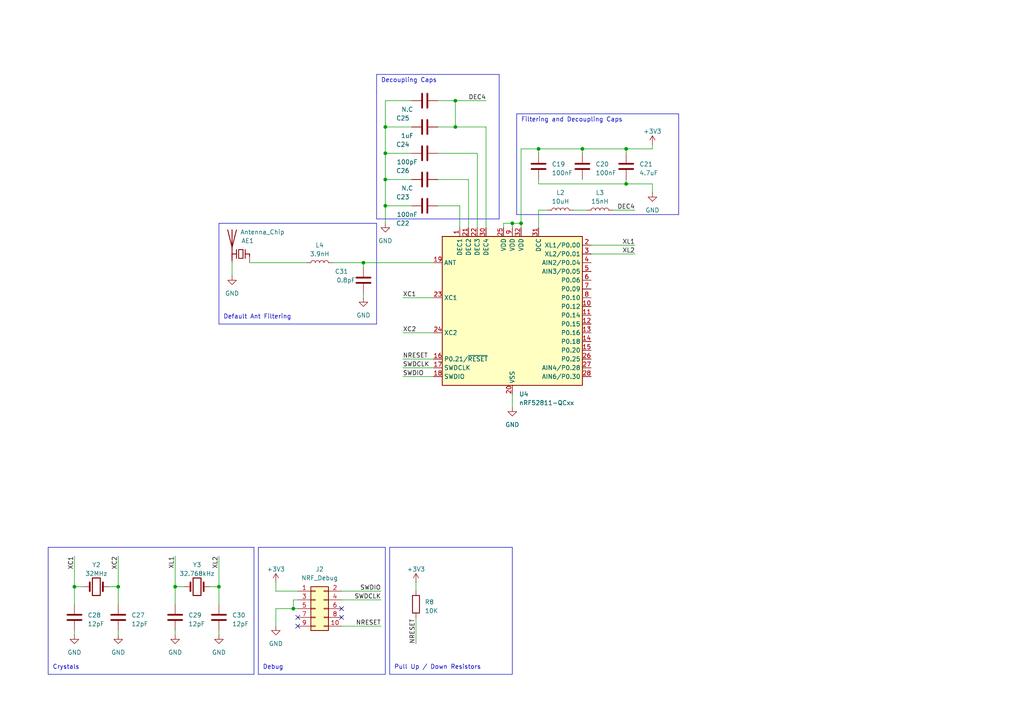
<source format=kicad_sch>
(kicad_sch (version 20230121) (generator eeschema)
  (paper "A4")
  (title_block (title "NRF52811 QFN32") (date "2023-07-04") (rev "v1.0") (company "Author : Turgay Hopal") (comment 1 "None"))
  (lib_symbols
    (symbol "Connector_Generic:Conn_02x05_Odd_Even" (pin_names (offset 1.016) hide)
      (property "Reference" "J" (at 1.27 7.62 0))
      (property "Value" "Conn_02x05_Odd_Even" (at 1.27 -7.62 0))
      (symbol "Conn_02x05_Odd_Even_1_1"
        (rectangle (start -1.27 -4.953) (end 0 -5.207) (stroke (width 0.1524)))
        (rectangle (start -1.27 -2.413) (end 0 -2.667) (stroke (width 0.1524)))
        (rectangle (start -1.27 0.127) (end 0 -0.127) (stroke (width 0.1524)))
        (rectangle (start -1.27 2.667) (end 0 2.413) (stroke (width 0.1524)))
        (rectangle (start -1.27 5.207) (end 0 4.953) (stroke (width 0.1524)))
        (rectangle (start -1.27 6.35) (end 3.81 -6.35) (stroke (width 0.254)) (fill (type background)))
        (rectangle (start 3.81 -4.953) (end 2.54 -5.207) (stroke (width 0.1524)))
        (rectangle (start 3.81 -2.413) (end 2.54 -2.667) (stroke (width 0.1524)))
        (rectangle (start 3.81 0.127) (end 2.54 -0.127) (stroke (width 0.1524)))
        (rectangle (start 3.81 2.667) (end 2.54 2.413) (stroke (width 0.1524)))
        (rectangle (start 3.81 5.207) (end 2.54 4.953) (stroke (width 0.1524)))
        (pin passive line (at -5.08 5.08 0) (length 3.81) (name "Pin_1") (number "1"))
        (pin passive line (at 7.62 -5.08 180) (length 3.81) (name "Pin_10") (number "10"))
        (pin passive line (at 7.62 5.08 180) (length 3.81) (name "Pin_2") (number "2"))
        (pin passive line (at -5.08 2.54 0) (length 3.81) (name "Pin_3") (number "3"))
        (pin passive line (at 7.62 2.54 180) (length 3.81) (name "Pin_4") (number "4"))
        (pin passive line (at -5.08 0 0) (length 3.81) (name "Pin_5") (number "5"))
        (pin passive line (at 7.62 0 180) (length 3.81) (name "Pin_6") (number "6"))
        (pin passive line (at -5.08 -2.54 0) (length 3.81) (name "Pin_7") (number "7"))
        (pin passive line (at 7.62 -2.54 180) (length 3.81) (name "Pin_8") (number "8"))
        (pin passive line (at -5.08 -5.08 0) (length 3.81) (name "Pin_9") (number "9"))
      )
    )
    (symbol "Device:Antenna_Chip" (pin_numbers hide) (pin_names (offset 1.016) hide)
      (property "Reference" "AE" (at 0 5.08 0))
      (property "Value" "Antenna_Chip" (at 0 3.175 0))
      (symbol "Antenna_Chip_0_1"
        (polyline (pts (xy -2.54 0) (xy -2.54 -0.635)) (stroke (width 0.254)))
        (polyline (pts (xy -2.54 0) (xy -1.27 0)) (stroke (width 0.254)))
        (polyline (pts (xy 1.27 0) (xy 2.54 0)) (stroke (width 0.254)))
        (polyline (pts (xy 1.27 1.27) (xy 1.27 -1.27)) (stroke (width 0.254)))
        (polyline (pts (xy 2.54 -0.635) (xy 2.54 0)))
        (polyline (pts (xy 2.54 6.985) (xy 2.54 -1.905)) (stroke (width 0.254)))
        (polyline (pts (xy -1.27 1.27) (xy -1.27 -1.27) (xy -1.27 0)) (stroke (width 0.254)))
        (polyline (pts (xy 3.81 6.985) (xy 2.54 1.905) (xy 1.27 6.985)) (stroke (width 0.254)))
        (polyline (pts (xy -0.635 1.27) (xy 0.635 1.27) (xy 0.635 -1.27) (xy -0.635 -1.27) (xy -0.635 1.27)) (stroke (width 0.254)))
      )
      (symbol "Antenna_Chip_1_1"
        (pin input line (at -2.54 -2.54 90) (length 2.54) (name "FEED") (number "1"))
        (pin passive line (at 2.54 -2.54 90) (length 2.54) (name "PCB_Trace") (number "2"))
      )
    )
    (symbol "Device:C" (pin_numbers hide) (pin_names (offset 0.254))
      (property "Reference" "C" (at 0.635 2.54 0))
      (property "Value" "C" (at 0.635 -2.54 0))
      (symbol "C_0_1"
        (polyline (pts (xy -2.032 -0.762) (xy 2.032 -0.762)) (stroke (width 0.508)))
        (polyline (pts (xy -2.032 0.762) (xy 2.032 0.762)) (stroke (width 0.508)))
      )
      (symbol "C_1_1"
        (pin passive line (at 0 3.81 270) (length 2.794) (name "~") (number "1"))
        (pin passive line (at 0 -3.81 90) (length 2.794) (name "~") (number "2"))
      )
    )
    (symbol "Device:Crystal" (pin_numbers hide) (pin_names (offset 1.016) hide)
      (property "Reference" "Y" (at 0 3.81 0))
      (property "Value" "Crystal" (at 0 -3.81 0))
      (symbol "Crystal_0_1"
        (rectangle (start -1.143 2.54) (end 1.143 -2.54) (stroke (width 0.3048)))
        (polyline (pts (xy -2.54 0) (xy -1.905 0)))
        (polyline (pts (xy -1.905 -1.27) (xy -1.905 1.27)) (stroke (width 0.508)))
        (polyline (pts (xy 1.905 -1.27) (xy 1.905 1.27)) (stroke (width 0.508)))
        (polyline (pts (xy 2.54 0) (xy 1.905 0)))
      )
      (symbol "Crystal_1_1"
        (pin passive line (at -3.81 0 0) (length 1.27) (name "1") (number "1"))
        (pin passive line (at 3.81 0 180) (length 1.27) (name "2") (number "2"))
      )
    )
    (symbol "Device:L" (pin_numbers hide) (pin_names (offset 1.016) hide)
      (property "Reference" "L" (at -1.27 0 90))
      (property "Value" "L" (at 1.905 0 90))
      (symbol "L_0_1"
        (arc (start 0 -2.54) (mid 0.6323 -1.905) (end 0 -1.27))
        (arc (start 0 -1.27) (mid 0.6323 -0.635) (end 0 0))
        (arc (start 0 0) (mid 0.6323 0.635) (end 0 1.27))
        (arc (start 0 1.27) (mid 0.6323 1.905) (end 0 2.54))
      )
      (symbol "L_1_1"
        (pin passive line (at 0 3.81 270) (length 1.27) (name "1") (number "1"))
        (pin passive line (at 0 -3.81 90) (length 1.27) (name "2") (number "2"))
      )
    )
    (symbol "Device:R" (pin_numbers hide) (pin_names (offset 0))
      (property "Reference" "R" (at 2.032 0 90))
      (property "Value" "R" (at 0 0 90))
      (symbol "R_0_1"
        (rectangle (start -1.016 -2.54) (end 1.016 2.54) (stroke (width 0.254)))
      )
      (symbol "R_1_1"
        (pin passive line (at 0 3.81 270) (length 1.27) (name "~") (number "1"))
        (pin passive line (at 0 -3.81 90) (length 1.27) (name "~") (number "2"))
      )
    )
    (symbol "MCU_Nordic:nRF52811-QCxx"
      (property "Reference" "U" (at 0 5.08 0))
      (property "Value" "nRF52811-QCxx" (at 0 2.54 0))
      (symbol "nRF52811-QCxx_0_1"
        (rectangle (start -20.32 22.86) (end 20.32 -20.32) (stroke (width 0.254)) (fill (type background)))
      )
      (symbol "nRF52811-QCxx_1_1"
        (pin passive line (at -15.24 25.4 270) (length 2.54) (name "DEC1") (number "1"))
        (pin bidirectional line (at 22.86 2.54 180) (length 2.54) (name "P0.12") (number "10"))
        (pin bidirectional line (at 22.86 0 180) (length 2.54) (name "P0.14") (number "11"))
        (pin bidirectional line (at 22.86 -2.54 180) (length 2.54) (name "P0.15") (number "12"))
        (pin bidirectional line (at 22.86 -5.08 180) (length 2.54) (name "P0.16") (number "13"))
        (pin bidirectional line (at 22.86 -7.62 180) (length 2.54) (name "P0.18") (number "14"))
        (pin bidirectional line (at 22.86 -10.16 180) (length 2.54) (name "P0.20") (number "15"))
        (pin bidirectional line (at -22.86 -12.7 0) (length 2.54) (name "P0.21/~{RESET}") (number "16"))
        (pin input line (at -22.86 -15.24 0) (length 2.54) (name "SWDCLK") (number "17"))
        (pin bidirectional line (at -22.86 -17.78 0) (length 2.54) (name "SWDIO") (number "18"))
        (pin passive line (at -22.86 15.24 0) (length 2.54) (name "ANT") (number "19"))
        (pin bidirectional line (at 22.86 20.32 180) (length 2.54) (name "XL1/P0.00") (number "2"))
        (pin power_in line (at 0 -22.86 90) (length 2.54) (name "VSS") (number "20"))
        (pin passive line (at -12.7 25.4 270) (length 2.54) (name "DEC2") (number "21"))
        (pin passive line (at -10.16 25.4 270) (length 2.54) (name "DEC3") (number "22"))
        (pin input line (at -22.86 5.08 0) (length 2.54) (name "XC1") (number "23"))
        (pin input line (at -22.86 -5.08 0) (length 2.54) (name "XC2") (number "24"))
        (pin power_in line (at -2.54 25.4 270) (length 2.54) (name "VDD") (number "25"))
        (pin bidirectional line (at 22.86 -12.7 180) (length 2.54) (name "P0.25") (number "26"))
        (pin bidirectional line (at 22.86 -15.24 180) (length 2.54) (name "AIN4/P0.28") (number "27"))
        (pin bidirectional line (at 22.86 -17.78 180) (length 2.54) (name "AIN6/P0.30") (number "28"))
        (pin passive line (at 0 -22.86 90) (length 2.54) hide (name "VSS") (number "29"))
        (pin bidirectional line (at 22.86 17.78 180) (length 2.54) (name "XL2/P0.01") (number "3"))
        (pin passive line (at -7.62 25.4 270) (length 2.54) (name "DEC4") (number "30"))
        (pin power_out line (at 7.62 25.4 270) (length 2.54) (name "DCC") (number "31"))
        (pin power_in line (at 2.54 25.4 270) (length 2.54) (name "VDD") (number "32"))
        (pin passive line (at 0 -22.86 90) (length 2.54) hide (name "VSS") (number "33"))
        (pin bidirectional line (at 22.86 15.24 180) (length 2.54) (name "AIN2/P0.04") (number "4"))
        (pin bidirectional line (at 22.86 12.7 180) (length 2.54) (name "AIN3/P0.05") (number "5"))
        (pin bidirectional line (at 22.86 10.16 180) (length 2.54) (name "P0.06") (number "6"))
        (pin bidirectional line (at 22.86 7.62 180) (length 2.54) (name "P0.09") (number "7"))
        (pin bidirectional line (at 22.86 5.08 180) (length 2.54) (name "P0.10") (number "8"))
        (pin power_in line (at 0 25.4 270) (length 2.54) (name "VDD") (number "9"))
      )
    )
    (symbol "power:+3V3" (power) (pin_names (offset 0))
      (property "Value" "+3V3" (at 0 3.556 0))
      (symbol "+3V3_0_1"
        (polyline (pts (xy -0.762 1.27) (xy 0 2.54)))
        (polyline (pts (xy 0 0) (xy 0 2.54)))
        (polyline (pts (xy 0 2.54) (xy 0.762 1.27)))
      )
      (symbol "+3V3_1_1"
        (pin power_in line (at 0 0 90) (length 0) hide (name "+3V3") (number "1"))
      )
    )
    (symbol "power:GND" (power) (pin_names (offset 0))
      (property "Value" "GND" (at 0 -3.81 0))
      (symbol "GND_0_1"
        (polyline (pts (xy 0 0) (xy 0 -1.27) (xy 1.27 -1.27) (xy 0 -2.54) (xy -1.27 -1.27) (xy 0 -1.27)))
      )
      (symbol "GND_1_1"
        (pin power_in line (at 0 0 270) (length 0) hide (name "GND") (number "1"))
      )
    )
  )
  (junction (at 111.76 44.45))
  (junction (at 156.21 43.18))
  (junction (at 50.8 170.18))
  (junction (at 132.08 36.83))
  (junction (at 63.5 170.18))
  (junction (at 168.91 43.18))
  (junction (at 181.61 53.34))
  (junction (at 181.61 43.18))
  (junction (at 85.09 176.53))
  (junction (at 151.13 64.77))
  (junction (at 105.41 76.2))
  (junction (at 21.59 170.18))
  (junction (at 111.76 59.69))
  (junction (at 34.29 170.18))
  (junction (at 132.08 29.21))
  (junction (at 111.76 52.07))
  (junction (at 111.76 36.83))
  (junction (at 148.59 64.77))
  (no_connect (at 99.06 179.07))
  (no_connect (at 99.06 176.53))
  (no_connect (at 86.36 179.07))
  (no_connect (at 86.36 181.61))
  (wire (pts (xy 146.05 66.04) (xy 146.05 64.77)))
  (wire (pts (xy 116.84 104.14) (xy 125.73 104.14)))
  (wire (pts (xy 21.59 182.88) (xy 21.59 184.15)))
  (wire (pts (xy 156.21 52.07) (xy 156.21 53.34)))
  (wire (pts (xy 111.76 29.21) (xy 111.76 36.83)))
  (wire (pts (xy 50.8 170.18) (xy 50.8 175.26)))
  (wire (pts (xy 156.21 43.18) (xy 168.91 43.18)))
  (polyline (pts (xy 148.59 195.58) (xy 148.59 158.75)))
  (wire (pts (xy 171.45 73.66) (xy 184.15 73.66)))
  (wire (pts (xy 166.37 60.96) (xy 170.18 60.96)))
  (wire (pts (xy 50.8 161.29) (xy 50.8 170.18)))
  (wire (pts (xy 110.49 181.61) (xy 99.06 181.61)))
  (wire (pts (xy 119.38 52.07) (xy 111.76 52.07)))
  (wire (pts (xy 111.76 36.83) (xy 111.76 44.45)))
  (wire (pts (xy 148.59 114.3) (xy 148.59 118.11)))
  (wire (pts (xy 85.09 173.99) (xy 85.09 176.53)))
  (wire (pts (xy 119.38 29.21) (xy 111.76 29.21)))
  (wire (pts (xy 80.01 176.53) (xy 85.09 176.53)))
  (wire (pts (xy 181.61 43.18) (xy 181.61 44.45)))
  (wire (pts (xy 181.61 53.34) (xy 181.61 52.07)))
  (wire (pts (xy 116.84 106.68) (xy 125.73 106.68)))
  (wire (pts (xy 119.38 59.69) (xy 111.76 59.69)))
  (wire (pts (xy 21.59 161.29) (xy 21.59 170.18)))
  (polyline (pts (xy 63.5 64.77) (xy 109.22 64.77)))
  (polyline (pts (xy 74.93 158.75) (xy 111.76 158.75)))
  (wire (pts (xy 86.36 173.99) (xy 85.09 173.99)))
  (wire (pts (xy 148.59 64.77) (xy 151.13 64.77)))
  (wire (pts (xy 80.01 181.61) (xy 80.01 176.53)))
  (wire (pts (xy 110.49 173.99) (xy 99.06 173.99)))
  (wire (pts (xy 181.61 53.34) (xy 189.23 53.34)))
  (polyline (pts (xy 113.03 195.58) (xy 148.59 195.58)))
  (wire (pts (xy 135.89 52.07) (xy 127 52.07)))
  (wire (pts (xy 127 44.45) (xy 138.43 44.45)))
  (polyline (pts (xy 74.93 195.58) (xy 111.76 195.58)))
  (polyline (pts (xy 196.85 62.23) (xy 196.85 33.02)))
  (polyline (pts (xy 63.5 64.77) (xy 63.5 93.98)))
  (polyline (pts (xy 109.22 63.5) (xy 144.78 63.5)))
  (wire (pts (xy 34.29 161.29) (xy 34.29 170.18)))
  (wire (pts (xy 96.52 76.2) (xy 105.41 76.2)))
  (wire (pts (xy 63.5 170.18) (xy 63.5 175.26)))
  (polyline (pts (xy 73.66 195.58) (xy 13.97 195.58)))
  (wire (pts (xy 189.23 43.18) (xy 189.23 41.91)))
  (wire (pts (xy 50.8 182.88) (xy 50.8 184.15)))
  (wire (pts (xy 116.84 109.22) (xy 125.73 109.22)))
  (wire (pts (xy 105.41 85.09) (xy 105.41 86.36)))
  (wire (pts (xy 85.09 176.53) (xy 86.36 176.53)))
  (polyline (pts (xy 109.22 26.67) (xy 109.22 63.5)))
  (wire (pts (xy 171.45 71.12) (xy 184.15 71.12)))
  (wire (pts (xy 116.84 96.52) (xy 125.73 96.52)))
  (wire (pts (xy 132.08 36.83) (xy 127 36.83)))
  (polyline (pts (xy 109.22 21.59) (xy 109.22 26.67)))
  (wire (pts (xy 127 29.21) (xy 132.08 29.21)))
  (wire (pts (xy 72.39 76.2) (xy 88.9 76.2)))
  (wire (pts (xy 21.59 170.18) (xy 21.59 175.26)))
  (wire (pts (xy 120.65 168.91) (xy 120.65 171.45)))
  (polyline (pts (xy 149.86 62.23) (xy 196.85 62.23)))
  (wire (pts (xy 156.21 60.96) (xy 158.75 60.96)))
  (wire (pts (xy 63.5 182.88) (xy 63.5 184.15)))
  (wire (pts (xy 34.29 182.88) (xy 34.29 184.15)))
  (wire (pts (xy 111.76 52.07) (xy 111.76 59.69)))
  (wire (pts (xy 34.29 170.18) (xy 34.29 175.26)))
  (wire (pts (xy 111.76 44.45) (xy 111.76 52.07)))
  (wire (pts (xy 105.41 76.2) (xy 125.73 76.2)))
  (wire (pts (xy 177.8 60.96) (xy 184.15 60.96)))
  (polyline (pts (xy 113.03 158.75) (xy 148.59 158.75)))
  (wire (pts (xy 119.38 36.83) (xy 111.76 36.83)))
  (wire (pts (xy 156.21 66.04) (xy 156.21 60.96)))
  (wire (pts (xy 67.31 76.2) (xy 67.31 80.01)))
  (wire (pts (xy 86.36 171.45) (xy 80.01 171.45)))
  (polyline (pts (xy 109.22 93.98) (xy 63.5 93.98)))
  (wire (pts (xy 111.76 44.45) (xy 119.38 44.45)))
  (wire (pts (xy 53.34 170.18) (xy 50.8 170.18)))
  (wire (pts (xy 80.01 171.45) (xy 80.01 168.91)))
  (wire (pts (xy 151.13 43.18) (xy 156.21 43.18)))
  (wire (pts (xy 181.61 43.18) (xy 189.23 43.18)))
  (wire (pts (xy 148.59 66.04) (xy 148.59 64.77)))
  (wire (pts (xy 140.97 36.83) (xy 132.08 36.83)))
  (wire (pts (xy 111.76 59.69) (xy 111.76 64.77)))
  (polyline (pts (xy 111.76 195.58) (xy 111.76 158.75)))
  (wire (pts (xy 138.43 44.45) (xy 138.43 66.04)))
  (polyline (pts (xy 149.86 33.02) (xy 149.86 62.23)))
  (polyline (pts (xy 144.78 21.59) (xy 109.22 21.59)))
  (wire (pts (xy 60.96 170.18) (xy 63.5 170.18)))
  (wire (pts (xy 24.13 170.18) (xy 21.59 170.18)))
  (polyline (pts (xy 73.66 158.75) (xy 73.66 195.58)))
  (wire (pts (xy 146.05 64.77) (xy 148.59 64.77)))
  (wire (pts (xy 31.75 170.18) (xy 34.29 170.18)))
  (wire (pts (xy 120.65 179.07) (xy 120.65 186.69)))
  (polyline (pts (xy 74.93 158.75) (xy 74.93 195.58)))
  (polyline (pts (xy 13.97 158.75) (xy 73.66 158.75)))
  (wire (pts (xy 156.21 43.18) (xy 156.21 44.45)))
  (wire (pts (xy 63.5 161.29) (xy 63.5 170.18)))
  (wire (pts (xy 135.89 66.04) (xy 135.89 52.07)))
  (polyline (pts (xy 144.78 63.5) (xy 144.78 21.59)))
  (wire (pts (xy 156.21 53.34) (xy 181.61 53.34)))
  (polyline (pts (xy 113.03 158.75) (xy 113.03 195.58)))
  (wire (pts (xy 140.97 66.04) (xy 140.97 36.83)))
  (polyline (pts (xy 149.86 33.02) (xy 196.85 33.02)))
  (wire (pts (xy 133.35 66.04) (xy 133.35 59.69)))
  (wire (pts (xy 133.35 59.69) (xy 127 59.69)))
  (wire (pts (xy 105.41 76.2) (xy 105.41 77.47)))
  (wire (pts (xy 132.08 29.21) (xy 140.97 29.21)))
  (wire (pts (xy 110.49 171.45) (xy 99.06 171.45)))
  (wire (pts (xy 116.84 86.36) (xy 125.73 86.36)))
  (wire (pts (xy 189.23 53.34) (xy 189.23 55.88)))
  (polyline (pts (xy 13.97 158.75) (xy 13.97 195.58)))
  (polyline (pts (xy 109.22 64.77) (xy 109.22 93.98)))
  (wire (pts (xy 151.13 64.77) (xy 151.13 43.18)))
  (wire (pts (xy 132.08 29.21) (xy 132.08 36.83)))
  (wire (pts (xy 168.91 43.18) (xy 168.91 44.45)))
  (wire (pts (xy 168.91 43.18) (xy 181.61 43.18)))
  (wire (pts (xy 151.13 66.04) (xy 151.13 64.77)))
  (text "Pull Up / Down Resistors" (at 114.3 194.31 0) (effects (font (size 1.27 1.27)) (justify left bottom)))
  (text "Debug" (at 76.2 194.31 0) (effects (font (size 1.27 1.27)) (justify left bottom)))
  (text "Default Ant Filtering" (at 64.77 92.71 0) (effects (font (size 1.27 1.27)) (justify left bottom)))
  (text "Crystals" (at 15.24 194.31 0) (effects (font (size 1.27 1.27)) (justify left bottom)))
  (text "Decoupling Caps" (at 110.49 24.13 0) (effects (font (size 1.27 1.27)) (justify left bottom)))
  (text "Filtering and Decoupling Caps" (at 151.13 35.56 0) (effects (font (size 1.27 1.27)) (justify left bottom)))
  (label "DEC4" (at 140.97 29.21 180))
  (label "SWDIO" (at 110.49 171.45 180))
  (label "DEC4" (at 184.15 60.96 180))
  (label "XC2" (at 116.84 96.52 0))
  (label "NRESET" (at 120.65 186.69 90))
  (label "XC2" (at 34.29 161.29 270))
  (label "XL2" (at 184.15 73.66 180))
  (label "SWDCLK" (at 116.84 106.68 0))
  (label "XC1" (at 21.59 161.29 270))
  (label "NRESET" (at 116.84 104.14 0))
  (label "XC1" (at 116.84 86.36 0))
  (label "SWDCLK" (at 110.49 173.99 180))
  (label "NRESET" (at 110.49 181.61 180))
  (label "SWDIO" (at 116.84 109.22 0))
  (label "XL2" (at 63.5 161.29 270))
  (label "XL1" (at 50.8 161.29 270))
  (label "XL1" (at 184.15 71.12 180))
  (symbol (lib_id "Device:C") (at 34.29 179.07 0) (unit 1)
    (property "Reference" "C27" (at 38.1 178.435 0) (effects (justify left)))
    (property "Value" "12pF" (at 38.1 180.975 0) (effects (justify left)))
    (property "Footprint" "Capacitor_SMD:C_0603_1608Metric" (effects hide))
  )
  (symbol (lib_id "Device:L") (at 92.71 76.2 90) (unit 1)
    (property "Reference" "L4" (at 92.71 71.12 90))
    (property "Value" "3.9nH" (at 92.71 73.66 90))
  )
  (symbol (lib_id "Device:C") (at 123.19 29.21 90) (unit 1)
    (property "Reference" "C25" (at 116.84 34.29 90))
    (property "Value" "N.C" (at 118.11 31.75 90))
    (property "Footprint" "Capacitor_SMD:C_0603_1608Metric" (effects hide))
  )
  (symbol (lib_id "Device:C") (at 123.19 52.07 90) (unit 1)
    (property "Reference" "C23" (at 116.84 57.15 90))
    (property "Value" "N.C" (at 118.11 54.61 90))
    (property "Footprint" "Capacitor_SMD:C_0603_1608Metric" (effects hide))
  )
  (symbol (lib_id "power:+3V3") (at 189.23 41.91 0) (unit 1)
    (property "Reference" "#PWR030" (effects hide))
    (property "Value" "+3V3" (at 189.23 38.1 0))
  )
  (symbol (lib_id "Device:Crystal") (at 27.94 170.18 0) (unit 1)
    (property "Reference" "Y2" (at 27.94 163.83 0))
    (property "Value" "32MHz" (at 27.94 166.37 0))
  )
  (symbol (lib_id "Device:Antenna_Chip") (at 69.85 73.66 0) (mirror y) (unit 1)
    (property "Reference" "AE1" (at 73.66 69.85 0) (effects (justify left)))
    (property "Value" "Antenna_Chip" (at 82.55 67.31 0) (effects (justify left)))
  )
  (symbol (lib_id "power:GND") (at 189.23 55.88 0) (unit 1)
    (property "Reference" "#PWR029" (effects hide))
    (property "Value" "GND" (at 189.23 60.96 0))
  )
  (symbol (lib_id "power:GND") (at 63.5 184.15 0) (unit 1)
    (property "Reference" "#PWR034" (effects hide))
    (property "Value" "GND" (at 63.5 189.23 0))
  )
  (symbol (lib_id "Device:C") (at 168.91 48.26 0) (unit 1)
    (property "Reference" "C20" (at 172.72 47.625 0) (effects (justify left)))
    (property "Value" "100nF" (at 172.72 50.165 0) (effects (justify left)))
    (property "Footprint" "Capacitor_SMD:C_0603_1608Metric" (effects hide))
  )
  (symbol (lib_id "power:+3V3") (at 80.01 168.91 0) (unit 1)
    (property "Reference" "#PWR038" (effects hide))
    (property "Value" "+3V3" (at 80.01 165.1 0))
  )
  (symbol (lib_id "Connector_Generic:Conn_02x05_Odd_Even") (at 91.44 176.53 0) (unit 1)
    (property "Reference" "J2" (at 92.71 165.1 0))
    (property "Value" "NRF_Debug" (at 92.71 167.64 0))
    (property "Footprint" "Connector_PinSocket_1.27mm:PinSocket_2x05_P1.27mm_Vertical" (effects hide))
  )
  (symbol (lib_id "power:GND") (at 34.29 184.15 0) (unit 1)
    (property "Reference" "#PWR032" (effects hide))
    (property "Value" "GND" (at 34.29 189.23 0))
  )
  (symbol (lib_id "power:GND") (at 67.31 80.01 0) (unit 1)
    (property "Reference" "#PWR040" (effects hide))
    (property "Value" "GND" (at 67.31 85.09 0))
  )
  (symbol (lib_id "Device:C") (at 181.61 48.26 0) (unit 1)
    (property "Reference" "C21" (at 185.42 47.625 0) (effects (justify left)))
    (property "Value" "4.7uF" (at 185.42 50.165 0) (effects (justify left)))
    (property "Footprint" "Capacitor_SMD:C_0603_1608Metric" (effects hide))
  )
  (symbol (lib_id "Device:C") (at 63.5 179.07 0) (unit 1)
    (property "Reference" "C30" (at 67.31 178.435 0) (effects (justify left)))
    (property "Value" "12pF" (at 67.31 180.975 0) (effects (justify left)))
    (property "Footprint" "Capacitor_SMD:C_0603_1608Metric" (effects hide))
  )
  (symbol (lib_id "Device:Crystal") (at 57.15 170.18 0) (unit 1)
    (property "Reference" "Y3" (at 57.15 163.83 0))
    (property "Value" "32.768kHz" (at 57.15 166.37 0))
  )
  (symbol (lib_id "Device:R") (at 120.65 175.26 0) (unit 1)
    (property "Reference" "R8" (at 123.19 174.625 0) (effects (justify left)))
    (property "Value" "10K" (at 123.19 177.165 0) (effects (justify left)))
    (property "Footprint" "Resistor_SMD:R_0603_1608Metric" (effects hide))
  )
  (symbol (lib_id "power:GND") (at 21.59 184.15 0) (unit 1)
    (property "Reference" "#PWR031" (effects hide))
    (property "Value" "GND" (at 21.59 189.23 0))
  )
  (symbol (lib_id "Device:C") (at 156.21 48.26 0) (unit 1)
    (property "Reference" "C19" (at 160.02 47.625 0) (effects (justify left)))
    (property "Value" "100nF" (at 160.02 50.165 0) (effects (justify left)))
    (property "Footprint" "Capacitor_SMD:C_0603_1608Metric" (effects hide))
  )
  (symbol (lib_id "Device:C") (at 123.19 36.83 90) (unit 1)
    (property "Reference" "C24" (at 116.84 41.91 90))
    (property "Value" "1uF" (at 118.11 39.37 90))
    (property "Footprint" "Capacitor_SMD:C_0603_1608Metric" (effects hide))
  )
  (symbol (lib_id "Device:C") (at 21.59 179.07 0) (unit 1)
    (property "Reference" "C28" (at 25.4 178.435 0) (effects (justify left)))
    (property "Value" "12pF" (at 25.4 180.975 0) (effects (justify left)))
    (property "Footprint" "Capacitor_SMD:C_0603_1608Metric" (effects hide))
  )
  (symbol (lib_id "Device:L") (at 162.56 60.96 90) (unit 1)
    (property "Reference" "L2" (at 162.56 55.88 90))
    (property "Value" "10uH" (at 162.56 58.42 90))
  )
  (symbol (lib_id "MCU_Nordic:nRF52811-QCxx") (at 148.59 91.44 0) (unit 1)
    (property "Reference" "U4" (at 150.5459 114.3 0) (effects (justify left)))
    (property "Value" "nRF52811-QCxx" (at 150.5459 116.84 0) (effects (justify left)))
    (property "Footprint" "Package_DFN_QFN:QFN-32-1EP_5x5mm_P0.5mm_EP3.6x3.6mm_ThermalVias" (effects hide))
    (property "Datasheet" "https://infocenter.nordicsemi.com/pdf/nRF52811_PS_v1.0.pdf" (effects hide))
  )
  (symbol (lib_id "Device:L") (at 173.99 60.96 90) (unit 1)
    (property "Reference" "L3" (at 173.99 55.88 90))
    (property "Value" "15nH" (at 173.99 58.42 90))
  )
  (symbol (lib_id "power:GND") (at 50.8 184.15 0) (unit 1)
    (property "Reference" "#PWR033" (effects hide))
    (property "Value" "GND" (at 50.8 189.23 0))
  )
  (symbol (lib_id "power:GND") (at 111.76 64.77 0) (unit 1)
    (property "Reference" "#PWR035" (effects hide))
    (property "Value" "GND" (at 111.76 69.85 0))
  )
  (symbol (lib_id "power:GND") (at 105.41 86.36 0) (unit 1)
    (property "Reference" "#PWR036" (effects hide))
    (property "Value" "GND" (at 105.41 91.44 0))
  )
  (symbol (lib_id "power:GND") (at 80.01 181.61 0) (unit 1)
    (property "Reference" "#PWR039" (effects hide))
    (property "Value" "GND" (at 80.01 186.69 0))
  )
  (symbol (lib_id "Device:C") (at 123.19 59.69 90) (unit 1)
    (property "Reference" "C22" (at 116.84 64.77 90))
    (property "Value" "100nF" (at 118.11 62.23 90))
    (property "Footprint" "Capacitor_SMD:C_0603_1608Metric" (effects hide))
  )
  (symbol (lib_id "power:GND") (at 148.59 118.11 0) (unit 1)
    (property "Reference" "#PWR028" (effects hide))
    (property "Value" "GND" (at 148.59 123.19 0))
  )
  (symbol (lib_id "Device:C") (at 123.19 44.45 90) (unit 1)
    (property "Reference" "C26" (at 116.84 49.53 90))
    (property "Value" "100pF" (at 118.11 46.99 90))
    (property "Footprint" "Capacitor_SMD:C_0603_1608Metric" (effects hide))
  )
  (symbol (lib_id "power:+3V3") (at 120.65 168.91 0) (unit 1)
    (property "Reference" "#PWR037" (effects hide))
    (property "Value" "+3V3" (at 120.65 165.1 0))
  )
  (symbol (lib_id "Device:C") (at 105.41 81.28 180) (unit 1)
    (property "Reference" "C31" (at 99.06 78.74 0))
    (property "Value" "0.8pF" (at 100.33 81.28 0))
    (property "Footprint" "Capacitor_SMD:C_0603_1608Metric" (effects hide))
  )
  (symbol (lib_id "Device:C") (at 50.8 179.07 0) (unit 1)
    (property "Reference" "C29" (at 54.61 178.435 0) (effects (justify left)))
    (property "Value" "12pF" (at 54.61 180.975 0) (effects (justify left)))
    (property "Footprint" "Capacitor_SMD:C_0603_1608Metric" (effects hide))
  )
)
</source>
